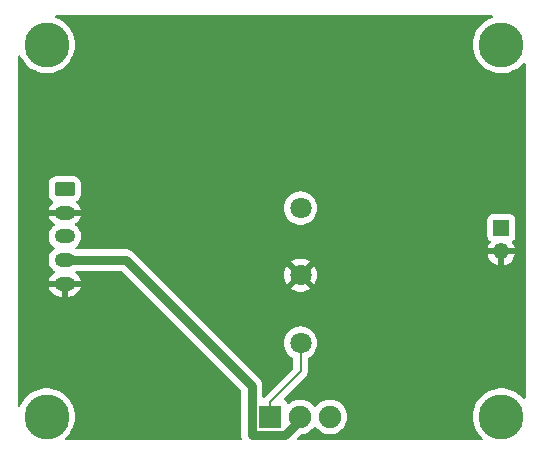
<source format=gbr>
%TF.GenerationSoftware,KiCad,Pcbnew,8.0.1*%
%TF.CreationDate,2025-03-02T16:25:42+00:00*%
%TF.ProjectId,PWM Control Circuit,50574d20-436f-46e7-9472-6f6c20436972,rev?*%
%TF.SameCoordinates,Original*%
%TF.FileFunction,Copper,L2,Bot*%
%TF.FilePolarity,Positive*%
%FSLAX46Y46*%
G04 Gerber Fmt 4.6, Leading zero omitted, Abs format (unit mm)*
G04 Created by KiCad (PCBNEW 8.0.1) date 2025-03-02 16:25:42*
%MOMM*%
%LPD*%
G01*
G04 APERTURE LIST*
G04 Aperture macros list*
%AMRoundRect*
0 Rectangle with rounded corners*
0 $1 Rounding radius*
0 $2 $3 $4 $5 $6 $7 $8 $9 X,Y pos of 4 corners*
0 Add a 4 corners polygon primitive as box body*
4,1,4,$2,$3,$4,$5,$6,$7,$8,$9,$2,$3,0*
0 Add four circle primitives for the rounded corners*
1,1,$1+$1,$2,$3*
1,1,$1+$1,$4,$5*
1,1,$1+$1,$6,$7*
1,1,$1+$1,$8,$9*
0 Add four rect primitives between the rounded corners*
20,1,$1+$1,$2,$3,$4,$5,0*
20,1,$1+$1,$4,$5,$6,$7,0*
20,1,$1+$1,$6,$7,$8,$9,0*
20,1,$1+$1,$8,$9,$2,$3,0*%
G04 Aperture macros list end*
%TA.AperFunction,ComponentPad*%
%ADD10C,3.800000*%
%TD*%
%TA.AperFunction,ComponentPad*%
%ADD11C,1.800000*%
%TD*%
%TA.AperFunction,ComponentPad*%
%ADD12R,1.910000X1.910000*%
%TD*%
%TA.AperFunction,ComponentPad*%
%ADD13C,1.910000*%
%TD*%
%TA.AperFunction,ComponentPad*%
%ADD14R,1.350000X1.350000*%
%TD*%
%TA.AperFunction,ComponentPad*%
%ADD15O,1.350000X1.350000*%
%TD*%
%TA.AperFunction,ComponentPad*%
%ADD16RoundRect,0.250000X-0.625000X0.350000X-0.625000X-0.350000X0.625000X-0.350000X0.625000X0.350000X0*%
%TD*%
%TA.AperFunction,ComponentPad*%
%ADD17O,1.750000X1.200000*%
%TD*%
%TA.AperFunction,ViaPad*%
%ADD18C,0.600000*%
%TD*%
%TA.AperFunction,Conductor*%
%ADD19C,0.200000*%
%TD*%
%TA.AperFunction,Conductor*%
%ADD20C,0.800000*%
%TD*%
G04 APERTURE END LIST*
D10*
%TO.P,H1,1*%
%TO.N,N/C*%
X88500000Y-80500000D03*
%TD*%
D11*
%TO.P,+15V_TP1,1,1*%
%TO.N,/+15V*%
X110000000Y-94325000D03*
%TD*%
%TO.P,GND_TP1,1,1*%
%TO.N,GND*%
X110000000Y-100000000D03*
%TD*%
%TO.P,VG_TP1,1,1*%
%TO.N,/VG*%
X110000000Y-105750000D03*
%TD*%
D10*
%TO.P,H3,1*%
%TO.N,N/C*%
X88500000Y-112000000D03*
%TD*%
D12*
%TO.P,U1,1*%
%TO.N,/VG*%
X107420000Y-112000000D03*
D13*
%TO.P,U1,2*%
%TO.N,+12V*%
X109960000Y-112000000D03*
%TO.P,U1,3*%
%TO.N,/Vsource*%
X112500000Y-112000000D03*
%TD*%
D10*
%TO.P,H4,1*%
%TO.N,N/C*%
X127000000Y-112000000D03*
%TD*%
D14*
%TO.P,J2,1,Pin_1*%
%TO.N,/Vsource*%
X127000000Y-96000000D03*
D15*
%TO.P,J2,2,Pin_2*%
%TO.N,GND*%
X127000000Y-98000000D03*
%TD*%
D10*
%TO.P,H2,1*%
%TO.N,N/C*%
X127000000Y-80500000D03*
%TD*%
D16*
%TO.P,J1,1,Pin_1*%
%TO.N,/PWM input*%
X90040000Y-92720000D03*
D17*
%TO.P,J1,2,Pin_2*%
%TO.N,GND*%
X90040000Y-94720000D03*
%TO.P,J1,3,Pin_3*%
%TO.N,+24V*%
X90040000Y-96720000D03*
%TO.P,J1,4,Pin_4*%
%TO.N,+12V*%
X90040000Y-98720000D03*
%TO.P,J1,5,Pin_5*%
%TO.N,GND*%
X90040000Y-100720000D03*
%TD*%
D18*
%TO.N,GND*%
X118000000Y-103000000D03*
X89465000Y-104584400D03*
X93600000Y-84553200D03*
X94963300Y-95222400D03*
X111623400Y-91206800D03*
X102145700Y-102664800D03*
X112760200Y-104584400D03*
X125230500Y-87414800D03*
X121517100Y-100921500D03*
X111416100Y-86464400D03*
%TD*%
D19*
%TO.N,/VG*%
X110000000Y-108163300D02*
X110000000Y-105750000D01*
X107420000Y-110743300D02*
X110000000Y-108163300D01*
X107420000Y-112000000D02*
X107420000Y-110743300D01*
D20*
%TO.N,+12V*%
X95220000Y-98720000D02*
X105865000Y-109365000D01*
X105865000Y-113555000D02*
X108690200Y-113555000D01*
X90040000Y-98720000D02*
X95220000Y-98720000D01*
X105865000Y-109365000D02*
X105865000Y-113555000D01*
X108690200Y-113555000D02*
X109960000Y-112285200D01*
X109960000Y-112285200D02*
X109960000Y-112000000D01*
%TD*%
%TA.AperFunction,Conductor*%
%TO.N,GND*%
G36*
X126209133Y-78020185D02*
G01*
X126254888Y-78072989D01*
X126264832Y-78142147D01*
X126235807Y-78205703D01*
X126187741Y-78239792D01*
X125975904Y-78323663D01*
X125975903Y-78323664D01*
X125711205Y-78469184D01*
X125711193Y-78469191D01*
X125466846Y-78646719D01*
X125466836Y-78646727D01*
X125246652Y-78853494D01*
X125054111Y-79086236D01*
X124892268Y-79341261D01*
X124892265Y-79341267D01*
X124763661Y-79614563D01*
X124763659Y-79614568D01*
X124670320Y-79901835D01*
X124613719Y-80198546D01*
X124613718Y-80198553D01*
X124594754Y-80499994D01*
X124594754Y-80500005D01*
X124613718Y-80801446D01*
X124613719Y-80801453D01*
X124670320Y-81098164D01*
X124763659Y-81385431D01*
X124763661Y-81385436D01*
X124892265Y-81658732D01*
X124892268Y-81658738D01*
X125054111Y-81913763D01*
X125054114Y-81913767D01*
X125054115Y-81913768D01*
X125246649Y-82146502D01*
X125246652Y-82146505D01*
X125466836Y-82353272D01*
X125466846Y-82353280D01*
X125711193Y-82530808D01*
X125711198Y-82530810D01*
X125711205Y-82530816D01*
X125975896Y-82676332D01*
X125975901Y-82676334D01*
X125975903Y-82676335D01*
X125975904Y-82676336D01*
X126256734Y-82787524D01*
X126256737Y-82787525D01*
X126354259Y-82812564D01*
X126549302Y-82862642D01*
X126696039Y-82881179D01*
X126848963Y-82900499D01*
X126848969Y-82900499D01*
X126848973Y-82900500D01*
X126848975Y-82900500D01*
X127151025Y-82900500D01*
X127151027Y-82900500D01*
X127151032Y-82900499D01*
X127151036Y-82900499D01*
X127230591Y-82890448D01*
X127450698Y-82862642D01*
X127743262Y-82787525D01*
X127743265Y-82787524D01*
X128024095Y-82676336D01*
X128024096Y-82676335D01*
X128024094Y-82676335D01*
X128024104Y-82676332D01*
X128288795Y-82530816D01*
X128533162Y-82353274D01*
X128753349Y-82146504D01*
X128829956Y-82053901D01*
X128887856Y-82014794D01*
X128957707Y-82013198D01*
X129017333Y-82049619D01*
X129047803Y-82112495D01*
X129049500Y-82132942D01*
X129049500Y-110367057D01*
X129029815Y-110434096D01*
X128977011Y-110479851D01*
X128907853Y-110489795D01*
X128844297Y-110460770D01*
X128829957Y-110446098D01*
X128753352Y-110353499D01*
X128753350Y-110353497D01*
X128651708Y-110258048D01*
X128533162Y-110146726D01*
X128533159Y-110146724D01*
X128533153Y-110146719D01*
X128288806Y-109969191D01*
X128288799Y-109969186D01*
X128288795Y-109969184D01*
X128024104Y-109823668D01*
X128024101Y-109823666D01*
X128024096Y-109823664D01*
X128024095Y-109823663D01*
X127743265Y-109712475D01*
X127743262Y-109712474D01*
X127450695Y-109637357D01*
X127151036Y-109599500D01*
X127151027Y-109599500D01*
X126848973Y-109599500D01*
X126848963Y-109599500D01*
X126549304Y-109637357D01*
X126256737Y-109712474D01*
X126256734Y-109712475D01*
X125975904Y-109823663D01*
X125975903Y-109823664D01*
X125711205Y-109969184D01*
X125711193Y-109969191D01*
X125466846Y-110146719D01*
X125466836Y-110146727D01*
X125246652Y-110353494D01*
X125054111Y-110586236D01*
X124892268Y-110841261D01*
X124892265Y-110841267D01*
X124763661Y-111114563D01*
X124763659Y-111114568D01*
X124670320Y-111401835D01*
X124613719Y-111698546D01*
X124613718Y-111698553D01*
X124594754Y-111999994D01*
X124594754Y-112000005D01*
X124613718Y-112301446D01*
X124613719Y-112301453D01*
X124670320Y-112598164D01*
X124763659Y-112885431D01*
X124763661Y-112885436D01*
X124892265Y-113158732D01*
X124892268Y-113158738D01*
X125054111Y-113413763D01*
X125054114Y-113413767D01*
X125054115Y-113413768D01*
X125087059Y-113453591D01*
X125246652Y-113646505D01*
X125394249Y-113785108D01*
X125429644Y-113845349D01*
X125426851Y-113915163D01*
X125386757Y-113972384D01*
X125322092Y-113998845D01*
X125309365Y-113999500D01*
X109818562Y-113999500D01*
X109751523Y-113979815D01*
X109705768Y-113927011D01*
X109695824Y-113857853D01*
X109724849Y-113794297D01*
X109730881Y-113787819D01*
X110031623Y-113487076D01*
X110092946Y-113453591D01*
X110098885Y-113452449D01*
X110318529Y-113415797D01*
X110546671Y-113337476D01*
X110758811Y-113222672D01*
X110949162Y-113074516D01*
X111112530Y-112897050D01*
X111126191Y-112876139D01*
X111179336Y-112830784D01*
X111248567Y-112821359D01*
X111311903Y-112850860D01*
X111333807Y-112876138D01*
X111347470Y-112897050D01*
X111510838Y-113074516D01*
X111510841Y-113074518D01*
X111510844Y-113074521D01*
X111701180Y-113222666D01*
X111701187Y-113222670D01*
X111701189Y-113222672D01*
X111913329Y-113337476D01*
X112141471Y-113415797D01*
X112379394Y-113455500D01*
X112379395Y-113455500D01*
X112620605Y-113455500D01*
X112620606Y-113455500D01*
X112858529Y-113415797D01*
X113086671Y-113337476D01*
X113298811Y-113222672D01*
X113489162Y-113074516D01*
X113652530Y-112897050D01*
X113784461Y-112695115D01*
X113881355Y-112474220D01*
X113940569Y-112240388D01*
X113960488Y-112000000D01*
X113940569Y-111759612D01*
X113881355Y-111525780D01*
X113784461Y-111304885D01*
X113652530Y-111102950D01*
X113489162Y-110925484D01*
X113489157Y-110925480D01*
X113489155Y-110925478D01*
X113298819Y-110777333D01*
X113298808Y-110777326D01*
X113086677Y-110662527D01*
X113086674Y-110662525D01*
X113086671Y-110662524D01*
X113086668Y-110662523D01*
X113086666Y-110662522D01*
X112858531Y-110584203D01*
X112646877Y-110548884D01*
X112620606Y-110544500D01*
X112379394Y-110544500D01*
X112353123Y-110548884D01*
X112141468Y-110584203D01*
X111913333Y-110662522D01*
X111913322Y-110662527D01*
X111701191Y-110777326D01*
X111701180Y-110777333D01*
X111510844Y-110925478D01*
X111510841Y-110925481D01*
X111510838Y-110925483D01*
X111510838Y-110925484D01*
X111347470Y-111102950D01*
X111333806Y-111123863D01*
X111280661Y-111169218D01*
X111211430Y-111178641D01*
X111148094Y-111149138D01*
X111126194Y-111123864D01*
X111112530Y-111102950D01*
X110949162Y-110925484D01*
X110949157Y-110925480D01*
X110949155Y-110925478D01*
X110758819Y-110777333D01*
X110758808Y-110777326D01*
X110546677Y-110662527D01*
X110546674Y-110662525D01*
X110546671Y-110662524D01*
X110546668Y-110662523D01*
X110546666Y-110662522D01*
X110318531Y-110584203D01*
X110106877Y-110548884D01*
X110080606Y-110544500D01*
X109839394Y-110544500D01*
X109813123Y-110548884D01*
X109601468Y-110584203D01*
X109373333Y-110662522D01*
X109373322Y-110662527D01*
X109161191Y-110777326D01*
X109161187Y-110777328D01*
X109021814Y-110885807D01*
X108956820Y-110911449D01*
X108888280Y-110897882D01*
X108837955Y-110849414D01*
X108829470Y-110831286D01*
X108818797Y-110802671D01*
X108818793Y-110802664D01*
X108732547Y-110687456D01*
X108732548Y-110687456D01*
X108732546Y-110687454D01*
X108617331Y-110601204D01*
X108617329Y-110601203D01*
X108614080Y-110598771D01*
X108572209Y-110542837D01*
X108567225Y-110473145D01*
X108600708Y-110411825D01*
X110368713Y-108643821D01*
X110368716Y-108643820D01*
X110480520Y-108532016D01*
X110530639Y-108445204D01*
X110559577Y-108395085D01*
X110600501Y-108242357D01*
X110600501Y-108084243D01*
X110600501Y-108076648D01*
X110600500Y-108076630D01*
X110600500Y-107091343D01*
X110620185Y-107024304D01*
X110665483Y-106982288D01*
X110768626Y-106926470D01*
X110951784Y-106783913D01*
X111108979Y-106613153D01*
X111235924Y-106418849D01*
X111329157Y-106206300D01*
X111386134Y-105981305D01*
X111405300Y-105750000D01*
X111405300Y-105749993D01*
X111386135Y-105518702D01*
X111386133Y-105518691D01*
X111329157Y-105293699D01*
X111235924Y-105081151D01*
X111108983Y-104886852D01*
X111108980Y-104886849D01*
X111108979Y-104886847D01*
X110951784Y-104716087D01*
X110951779Y-104716083D01*
X110951777Y-104716081D01*
X110768634Y-104573535D01*
X110768628Y-104573531D01*
X110564504Y-104463064D01*
X110564495Y-104463061D01*
X110344984Y-104387702D01*
X110173282Y-104359050D01*
X110116049Y-104349500D01*
X109883951Y-104349500D01*
X109838164Y-104357140D01*
X109655015Y-104387702D01*
X109435504Y-104463061D01*
X109435495Y-104463064D01*
X109231371Y-104573531D01*
X109231365Y-104573535D01*
X109048222Y-104716081D01*
X109048219Y-104716084D01*
X108891016Y-104886852D01*
X108764075Y-105081151D01*
X108670842Y-105293699D01*
X108613866Y-105518691D01*
X108613864Y-105518702D01*
X108594700Y-105749993D01*
X108594700Y-105750006D01*
X108613864Y-105981297D01*
X108613866Y-105981308D01*
X108670842Y-106206300D01*
X108764075Y-106418848D01*
X108891016Y-106613147D01*
X108891019Y-106613151D01*
X108891021Y-106613153D01*
X109048216Y-106783913D01*
X109048219Y-106783915D01*
X109048222Y-106783918D01*
X109231365Y-106926464D01*
X109231376Y-106926471D01*
X109334517Y-106982288D01*
X109384108Y-107031507D01*
X109399500Y-107091343D01*
X109399500Y-107863202D01*
X109379815Y-107930241D01*
X109363181Y-107950883D01*
X106977181Y-110336883D01*
X106915858Y-110370368D01*
X106846166Y-110365384D01*
X106790233Y-110323512D01*
X106765816Y-110258048D01*
X106765500Y-110249202D01*
X106765500Y-109276306D01*
X106765499Y-109276304D01*
X106730896Y-109102341D01*
X106730893Y-109102332D01*
X106663016Y-108938459D01*
X106663009Y-108938446D01*
X106564465Y-108790966D01*
X106564464Y-108790965D01*
X106439035Y-108665536D01*
X97773505Y-100000005D01*
X108595202Y-100000005D01*
X108614361Y-100231218D01*
X108671317Y-100456135D01*
X108764515Y-100668606D01*
X108848812Y-100797633D01*
X109557861Y-100088584D01*
X109580667Y-100173694D01*
X109639910Y-100276306D01*
X109723694Y-100360090D01*
X109826306Y-100419333D01*
X109911414Y-100442138D01*
X109201201Y-101152351D01*
X109231649Y-101176050D01*
X109435697Y-101286476D01*
X109435706Y-101286479D01*
X109655139Y-101361811D01*
X109883993Y-101400000D01*
X110116007Y-101400000D01*
X110344860Y-101361811D01*
X110564293Y-101286479D01*
X110564301Y-101286476D01*
X110768355Y-101176047D01*
X110798797Y-101152351D01*
X110798798Y-101152350D01*
X110088585Y-100442137D01*
X110173694Y-100419333D01*
X110276306Y-100360090D01*
X110360090Y-100276306D01*
X110419333Y-100173694D01*
X110442138Y-100088585D01*
X111151186Y-100797633D01*
X111235482Y-100668611D01*
X111328682Y-100456135D01*
X111385638Y-100231218D01*
X111404798Y-100000005D01*
X111404798Y-99999994D01*
X111385638Y-99768781D01*
X111328682Y-99543864D01*
X111235484Y-99331393D01*
X111151186Y-99202365D01*
X110442137Y-99911414D01*
X110419333Y-99826306D01*
X110360090Y-99723694D01*
X110276306Y-99639910D01*
X110173694Y-99580667D01*
X110088584Y-99557861D01*
X110798797Y-98847647D01*
X110798797Y-98847645D01*
X110768360Y-98823955D01*
X110768354Y-98823951D01*
X110564302Y-98713523D01*
X110564293Y-98713520D01*
X110344860Y-98638188D01*
X110116007Y-98600000D01*
X109883993Y-98600000D01*
X109655139Y-98638188D01*
X109435706Y-98713520D01*
X109435697Y-98713523D01*
X109231650Y-98823949D01*
X109201200Y-98847647D01*
X109911415Y-99557861D01*
X109826306Y-99580667D01*
X109723694Y-99639910D01*
X109639910Y-99723694D01*
X109580667Y-99826306D01*
X109557861Y-99911415D01*
X108848811Y-99202365D01*
X108764516Y-99331390D01*
X108671317Y-99543864D01*
X108614361Y-99768781D01*
X108595202Y-99999994D01*
X108595202Y-100000005D01*
X97773505Y-100000005D01*
X95794036Y-98020536D01*
X95794035Y-98020535D01*
X95794030Y-98020531D01*
X95734961Y-97981064D01*
X95734960Y-97981063D01*
X95646544Y-97921985D01*
X95646542Y-97921984D01*
X95564607Y-97888046D01*
X95564606Y-97888046D01*
X95482666Y-97854105D01*
X95482658Y-97854103D01*
X95308696Y-97819500D01*
X95308692Y-97819500D01*
X95308691Y-97819500D01*
X91055583Y-97819500D01*
X90988544Y-97799815D01*
X90942789Y-97747011D01*
X90932845Y-97677853D01*
X90961870Y-97614297D01*
X90982694Y-97595184D01*
X91031928Y-97559414D01*
X91154414Y-97436928D01*
X91256232Y-97296788D01*
X91334873Y-97142445D01*
X91388402Y-96977701D01*
X91415500Y-96806611D01*
X91415500Y-96722870D01*
X125824500Y-96722870D01*
X125824501Y-96722876D01*
X125830908Y-96782483D01*
X125881202Y-96917328D01*
X125881206Y-96917335D01*
X125967452Y-97032544D01*
X125967455Y-97032547D01*
X126053504Y-97096964D01*
X126095375Y-97152898D01*
X126100359Y-97222589D01*
X126078148Y-97270956D01*
X125996714Y-97378792D01*
X125899651Y-97573719D01*
X125849494Y-97749999D01*
X125849495Y-97750000D01*
X126684314Y-97750000D01*
X126679920Y-97754394D01*
X126627259Y-97845606D01*
X126600000Y-97947339D01*
X126600000Y-98052661D01*
X126627259Y-98154394D01*
X126679920Y-98245606D01*
X126684314Y-98250000D01*
X125849495Y-98250000D01*
X125899651Y-98426280D01*
X125996715Y-98621208D01*
X126127945Y-98794985D01*
X126288868Y-98941685D01*
X126474012Y-99056322D01*
X126474023Y-99056327D01*
X126677060Y-99134984D01*
X126750000Y-99148619D01*
X126750000Y-98315686D01*
X126754394Y-98320080D01*
X126845606Y-98372741D01*
X126947339Y-98400000D01*
X127052661Y-98400000D01*
X127154394Y-98372741D01*
X127245606Y-98320080D01*
X127250000Y-98315686D01*
X127250000Y-99148619D01*
X127322939Y-99134984D01*
X127525976Y-99056327D01*
X127525987Y-99056322D01*
X127711130Y-98941685D01*
X127711131Y-98941685D01*
X127872054Y-98794985D01*
X128003284Y-98621208D01*
X128100348Y-98426280D01*
X128150505Y-98250000D01*
X127315686Y-98250000D01*
X127320080Y-98245606D01*
X127372741Y-98154394D01*
X127400000Y-98052661D01*
X127400000Y-97947339D01*
X127372741Y-97845606D01*
X127320080Y-97754394D01*
X127315686Y-97750000D01*
X128150505Y-97750000D01*
X128150505Y-97749999D01*
X128100348Y-97573719D01*
X128003284Y-97378791D01*
X127921852Y-97270957D01*
X127897160Y-97205595D01*
X127911725Y-97137261D01*
X127946493Y-97096965D01*
X128032546Y-97032546D01*
X128118796Y-96917331D01*
X128169091Y-96782483D01*
X128175500Y-96722873D01*
X128175499Y-95277128D01*
X128169091Y-95217517D01*
X128118796Y-95082669D01*
X128118795Y-95082668D01*
X128118793Y-95082664D01*
X128032547Y-94967455D01*
X128032544Y-94967452D01*
X127917335Y-94881206D01*
X127917328Y-94881202D01*
X127782482Y-94830908D01*
X127782483Y-94830908D01*
X127722883Y-94824501D01*
X127722881Y-94824500D01*
X127722873Y-94824500D01*
X127722864Y-94824500D01*
X126277129Y-94824500D01*
X126277123Y-94824501D01*
X126217516Y-94830908D01*
X126082671Y-94881202D01*
X126082664Y-94881206D01*
X125967455Y-94967452D01*
X125967452Y-94967455D01*
X125881206Y-95082664D01*
X125881202Y-95082671D01*
X125830908Y-95217517D01*
X125824501Y-95277116D01*
X125824501Y-95277123D01*
X125824500Y-95277135D01*
X125824500Y-96722870D01*
X91415500Y-96722870D01*
X91415500Y-96633389D01*
X91388402Y-96462299D01*
X91334873Y-96297555D01*
X91256232Y-96143212D01*
X91154414Y-96003072D01*
X91031928Y-95880586D01*
X90948550Y-95820008D01*
X90905885Y-95764677D01*
X90899906Y-95695064D01*
X90932512Y-95633269D01*
X90948552Y-95619371D01*
X91031598Y-95559036D01*
X91154032Y-95436602D01*
X91255804Y-95296524D01*
X91334408Y-95142255D01*
X91387914Y-94977584D01*
X91389115Y-94970000D01*
X90320330Y-94970000D01*
X90340075Y-94950255D01*
X90389444Y-94864745D01*
X90415000Y-94769370D01*
X90415000Y-94670630D01*
X90389444Y-94575255D01*
X90340075Y-94489745D01*
X90320330Y-94470000D01*
X91389115Y-94470000D01*
X91389115Y-94469999D01*
X91387914Y-94462415D01*
X91343266Y-94325006D01*
X108594700Y-94325006D01*
X108613864Y-94556297D01*
X108613866Y-94556308D01*
X108670842Y-94781300D01*
X108764075Y-94993848D01*
X108891016Y-95188147D01*
X108891019Y-95188151D01*
X108891021Y-95188153D01*
X109048216Y-95358913D01*
X109048219Y-95358915D01*
X109048222Y-95358918D01*
X109231365Y-95501464D01*
X109231371Y-95501468D01*
X109231374Y-95501470D01*
X109435497Y-95611936D01*
X109497638Y-95633269D01*
X109655015Y-95687297D01*
X109655017Y-95687297D01*
X109655019Y-95687298D01*
X109883951Y-95725500D01*
X109883952Y-95725500D01*
X110116048Y-95725500D01*
X110116049Y-95725500D01*
X110344981Y-95687298D01*
X110564503Y-95611936D01*
X110768626Y-95501470D01*
X110951784Y-95358913D01*
X111108979Y-95188153D01*
X111235924Y-94993849D01*
X111329157Y-94781300D01*
X111386134Y-94556305D01*
X111386135Y-94556297D01*
X111405300Y-94325006D01*
X111405300Y-94324993D01*
X111386135Y-94093702D01*
X111386133Y-94093691D01*
X111329157Y-93868699D01*
X111235924Y-93656151D01*
X111108983Y-93461852D01*
X111108980Y-93461849D01*
X111108979Y-93461847D01*
X110951784Y-93291087D01*
X110951779Y-93291083D01*
X110951777Y-93291081D01*
X110768634Y-93148535D01*
X110768628Y-93148531D01*
X110564504Y-93038064D01*
X110564495Y-93038061D01*
X110344984Y-92962702D01*
X110173282Y-92934050D01*
X110116049Y-92924500D01*
X109883951Y-92924500D01*
X109838164Y-92932140D01*
X109655015Y-92962702D01*
X109435504Y-93038061D01*
X109435495Y-93038064D01*
X109231371Y-93148531D01*
X109231365Y-93148535D01*
X109048222Y-93291081D01*
X109048219Y-93291084D01*
X108891016Y-93461852D01*
X108764075Y-93656151D01*
X108670842Y-93868699D01*
X108613866Y-94093691D01*
X108613864Y-94093702D01*
X108594700Y-94324993D01*
X108594700Y-94325006D01*
X91343266Y-94325006D01*
X91334408Y-94297744D01*
X91255804Y-94143475D01*
X91154032Y-94003397D01*
X91046434Y-93895799D01*
X91012949Y-93834476D01*
X91017933Y-93764784D01*
X91059805Y-93708851D01*
X91068995Y-93702594D01*
X91133656Y-93662712D01*
X91257712Y-93538656D01*
X91349814Y-93389334D01*
X91404999Y-93222797D01*
X91415500Y-93120009D01*
X91415499Y-92319992D01*
X91404999Y-92217203D01*
X91349814Y-92050666D01*
X91257712Y-91901344D01*
X91133656Y-91777288D01*
X90984334Y-91685186D01*
X90817797Y-91630001D01*
X90817795Y-91630000D01*
X90715010Y-91619500D01*
X89364998Y-91619500D01*
X89364981Y-91619501D01*
X89262203Y-91630000D01*
X89262200Y-91630001D01*
X89095668Y-91685185D01*
X89095663Y-91685187D01*
X88946342Y-91777289D01*
X88822289Y-91901342D01*
X88730187Y-92050663D01*
X88730186Y-92050666D01*
X88675001Y-92217203D01*
X88675001Y-92217204D01*
X88675000Y-92217204D01*
X88664500Y-92319983D01*
X88664500Y-93120001D01*
X88664501Y-93120019D01*
X88675000Y-93222796D01*
X88675001Y-93222799D01*
X88697628Y-93291081D01*
X88730186Y-93389334D01*
X88822288Y-93538656D01*
X88946344Y-93662712D01*
X89010981Y-93702580D01*
X89057705Y-93754526D01*
X89068928Y-93823489D01*
X89041085Y-93887571D01*
X89033566Y-93895799D01*
X88925964Y-94003401D01*
X88824195Y-94143475D01*
X88745591Y-94297744D01*
X88692085Y-94462415D01*
X88690884Y-94469999D01*
X88690885Y-94470000D01*
X89759670Y-94470000D01*
X89739925Y-94489745D01*
X89690556Y-94575255D01*
X89665000Y-94670630D01*
X89665000Y-94769370D01*
X89690556Y-94864745D01*
X89739925Y-94950255D01*
X89759670Y-94970000D01*
X88690885Y-94970000D01*
X88692085Y-94977584D01*
X88745591Y-95142255D01*
X88824195Y-95296524D01*
X88925967Y-95436602D01*
X89048401Y-95559036D01*
X89131447Y-95619371D01*
X89174114Y-95674701D01*
X89180093Y-95744314D01*
X89147488Y-95806109D01*
X89131450Y-95820007D01*
X89048072Y-95880585D01*
X88925588Y-96003069D01*
X88925588Y-96003070D01*
X88925586Y-96003072D01*
X88881859Y-96063256D01*
X88823768Y-96143211D01*
X88745128Y-96297552D01*
X88691597Y-96462302D01*
X88664500Y-96633389D01*
X88664500Y-96806611D01*
X88691598Y-96977701D01*
X88745127Y-97142445D01*
X88823768Y-97296788D01*
X88925586Y-97436928D01*
X89048072Y-97559414D01*
X89048078Y-97559418D01*
X89131023Y-97619683D01*
X89173689Y-97675013D01*
X89179667Y-97744626D01*
X89147061Y-97806421D01*
X89131023Y-97820317D01*
X89048078Y-97880581D01*
X89048069Y-97880588D01*
X88925588Y-98003069D01*
X88925588Y-98003070D01*
X88925586Y-98003072D01*
X88912898Y-98020536D01*
X88823768Y-98143211D01*
X88745128Y-98297552D01*
X88691597Y-98462302D01*
X88664500Y-98633389D01*
X88664500Y-98806610D01*
X88685893Y-98941685D01*
X88691598Y-98977701D01*
X88745127Y-99142445D01*
X88823768Y-99296788D01*
X88925586Y-99436928D01*
X89048072Y-99559414D01*
X89131449Y-99619991D01*
X89174114Y-99675322D01*
X89180093Y-99744935D01*
X89147487Y-99806730D01*
X89131448Y-99820627D01*
X89048404Y-99880961D01*
X89048399Y-99880965D01*
X88925967Y-100003397D01*
X88824195Y-100143475D01*
X88745591Y-100297744D01*
X88692085Y-100462415D01*
X88690884Y-100469999D01*
X88690885Y-100470000D01*
X89759670Y-100470000D01*
X89739925Y-100489745D01*
X89690556Y-100575255D01*
X89665000Y-100670630D01*
X89665000Y-100769370D01*
X89690556Y-100864745D01*
X89739925Y-100950255D01*
X89759670Y-100970000D01*
X88690885Y-100970000D01*
X88692085Y-100977584D01*
X88745591Y-101142255D01*
X88824195Y-101296524D01*
X88925967Y-101436602D01*
X89048397Y-101559032D01*
X89188475Y-101660804D01*
X89342742Y-101739408D01*
X89507415Y-101792914D01*
X89678429Y-101820000D01*
X89790000Y-101820000D01*
X89790000Y-101000330D01*
X89809745Y-101020075D01*
X89895255Y-101069444D01*
X89990630Y-101095000D01*
X90089370Y-101095000D01*
X90184745Y-101069444D01*
X90270255Y-101020075D01*
X90290000Y-101000330D01*
X90290000Y-101820000D01*
X90401571Y-101820000D01*
X90572584Y-101792914D01*
X90737257Y-101739408D01*
X90891524Y-101660804D01*
X91031602Y-101559032D01*
X91154032Y-101436602D01*
X91255804Y-101296524D01*
X91334408Y-101142255D01*
X91387914Y-100977584D01*
X91389115Y-100970000D01*
X90320330Y-100970000D01*
X90340075Y-100950255D01*
X90389444Y-100864745D01*
X90415000Y-100769370D01*
X90415000Y-100670630D01*
X90389444Y-100575255D01*
X90340075Y-100489745D01*
X90320330Y-100470000D01*
X91389115Y-100470000D01*
X91389115Y-100469999D01*
X91387914Y-100462415D01*
X91334408Y-100297744D01*
X91255804Y-100143475D01*
X91154032Y-100003397D01*
X91031596Y-99880961D01*
X90981848Y-99844818D01*
X90939182Y-99789489D01*
X90933203Y-99719875D01*
X90965808Y-99658080D01*
X91026647Y-99623723D01*
X91054733Y-99620500D01*
X94795638Y-99620500D01*
X94862677Y-99640185D01*
X94883319Y-99656819D01*
X104928181Y-109701680D01*
X104961666Y-109763003D01*
X104964500Y-109789361D01*
X104964500Y-113643695D01*
X104999103Y-113817658D01*
X104999107Y-113817671D01*
X105003407Y-113828051D01*
X105010874Y-113897520D01*
X104979597Y-113959999D01*
X104919507Y-113995649D01*
X104888845Y-113999500D01*
X90190635Y-113999500D01*
X90123596Y-113979815D01*
X90077841Y-113927011D01*
X90067897Y-113857853D01*
X90096922Y-113794297D01*
X90105751Y-113785108D01*
X90253349Y-113646504D01*
X90445885Y-113413768D01*
X90607733Y-113158736D01*
X90736341Y-112885430D01*
X90829681Y-112598160D01*
X90886280Y-112301457D01*
X90890122Y-112240388D01*
X90905246Y-112000005D01*
X90905246Y-111999994D01*
X90886281Y-111698553D01*
X90886280Y-111698546D01*
X90886280Y-111698543D01*
X90829681Y-111401840D01*
X90736341Y-111114570D01*
X90730874Y-111102953D01*
X90647361Y-110925478D01*
X90607733Y-110841264D01*
X90510124Y-110687456D01*
X90445888Y-110586236D01*
X90411361Y-110544500D01*
X90253349Y-110353496D01*
X90033162Y-110146726D01*
X90033159Y-110146724D01*
X90033153Y-110146719D01*
X89788806Y-109969191D01*
X89788799Y-109969186D01*
X89788795Y-109969184D01*
X89524104Y-109823668D01*
X89524101Y-109823666D01*
X89524096Y-109823664D01*
X89524095Y-109823663D01*
X89243265Y-109712475D01*
X89243262Y-109712474D01*
X88950695Y-109637357D01*
X88651036Y-109599500D01*
X88651027Y-109599500D01*
X88348973Y-109599500D01*
X88348963Y-109599500D01*
X88049304Y-109637357D01*
X87756737Y-109712474D01*
X87756734Y-109712475D01*
X87475904Y-109823663D01*
X87475903Y-109823664D01*
X87211205Y-109969184D01*
X87211193Y-109969191D01*
X86966846Y-110146719D01*
X86966836Y-110146727D01*
X86746652Y-110353494D01*
X86554111Y-110586236D01*
X86392268Y-110841261D01*
X86392265Y-110841267D01*
X86286698Y-111065608D01*
X86240343Y-111117886D01*
X86173083Y-111136803D01*
X86106273Y-111116354D01*
X86061124Y-111063030D01*
X86050500Y-111012811D01*
X86050500Y-81487188D01*
X86070185Y-81420149D01*
X86122989Y-81374394D01*
X86192147Y-81364450D01*
X86255703Y-81393475D01*
X86286697Y-81434388D01*
X86392267Y-81658736D01*
X86392269Y-81658739D01*
X86392270Y-81658741D01*
X86554111Y-81913763D01*
X86554114Y-81913767D01*
X86554115Y-81913768D01*
X86746649Y-82146502D01*
X86746652Y-82146505D01*
X86966836Y-82353272D01*
X86966846Y-82353280D01*
X87211193Y-82530808D01*
X87211198Y-82530810D01*
X87211205Y-82530816D01*
X87475896Y-82676332D01*
X87475901Y-82676334D01*
X87475903Y-82676335D01*
X87475904Y-82676336D01*
X87756734Y-82787524D01*
X87756737Y-82787525D01*
X87854259Y-82812564D01*
X88049302Y-82862642D01*
X88196039Y-82881179D01*
X88348963Y-82900499D01*
X88348969Y-82900499D01*
X88348973Y-82900500D01*
X88348975Y-82900500D01*
X88651025Y-82900500D01*
X88651027Y-82900500D01*
X88651032Y-82900499D01*
X88651036Y-82900499D01*
X88730591Y-82890448D01*
X88950698Y-82862642D01*
X89243262Y-82787525D01*
X89243265Y-82787524D01*
X89524095Y-82676336D01*
X89524096Y-82676335D01*
X89524094Y-82676335D01*
X89524104Y-82676332D01*
X89788795Y-82530816D01*
X90033162Y-82353274D01*
X90253349Y-82146504D01*
X90445885Y-81913768D01*
X90607733Y-81658736D01*
X90736341Y-81385430D01*
X90829681Y-81098160D01*
X90886280Y-80801457D01*
X90905246Y-80500000D01*
X90886280Y-80198543D01*
X90829681Y-79901840D01*
X90736341Y-79614570D01*
X90607733Y-79341264D01*
X90445885Y-79086232D01*
X90253349Y-78853496D01*
X90033162Y-78646726D01*
X90033159Y-78646724D01*
X90033153Y-78646719D01*
X89788806Y-78469191D01*
X89788799Y-78469186D01*
X89788795Y-78469184D01*
X89524104Y-78323668D01*
X89524101Y-78323666D01*
X89524096Y-78323664D01*
X89524095Y-78323663D01*
X89312259Y-78239792D01*
X89257173Y-78196811D01*
X89234070Y-78130872D01*
X89250283Y-78062909D01*
X89300667Y-78014502D01*
X89357906Y-78000500D01*
X126142094Y-78000500D01*
X126209133Y-78020185D01*
G37*
%TD.AperFunction*%
%TD*%
M02*

</source>
